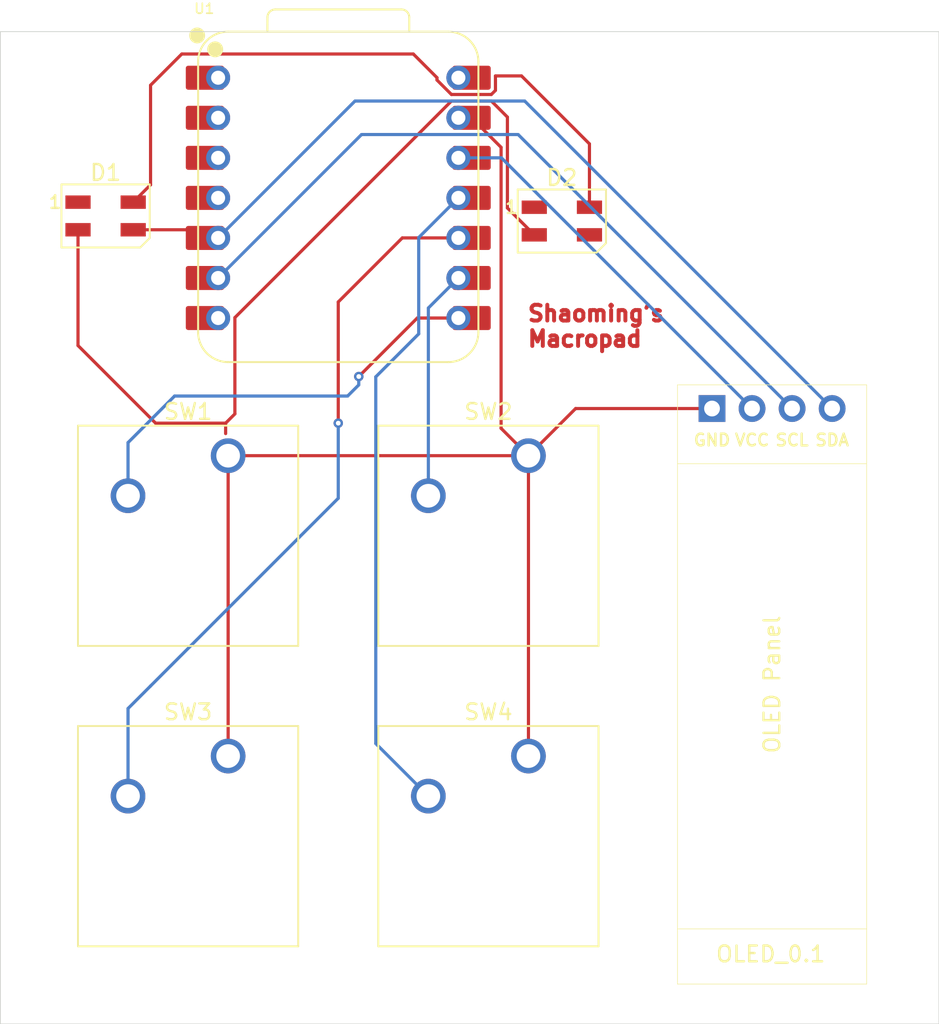
<source format=kicad_pcb>
(kicad_pcb (version 20241229) (generator "pcbnew") (generator_version "9.0")
  (layers (0 "F.Cu" signal) (2 "B.Cu" signal) (13 "F.Paste" user) (15 "B.Paste" user) (5 "F.SilkS" user "F.Silkscreen") (7 "B.SilkS" user "B.Silkscreen") (1 "F.Mask" user) (3 "B.Mask" user) (25 "Edge.Cuts" user))
  (net 0 "")
  (net 1 "Net-(D1-DIN)")
  (net 2 "Net-(D1-VDD)")
  (net 4 "Net-(D1-VSS)")
  (net 7 "Net-(U1-GPIO1{slash}RX)")
  (net 8 "GND")
  (net 9 "Net-(U1-GPIO2{slash}SCK)")
  (net 10 "Net-(U1-GPIO4{slash}MISO)")
  (net 11 "Net-(U1-GPIO3{slash}MOSI)")
  (net 13 "Net-(OLED_0.1-VCC_IN)")
  (net 18 "+5V")
  (net 19 "Net-(OLED_0.1-SCL)")
  (footprint "LED_SMD:LED_SK6812MINI_PLCC4_3.5x3.5mm_P1.75mm" (layer "F.Cu") (at 149.91511 44.331686)
    (property "Reference" "D2" (at 0 -2.75 0) (layer "F.SilkS"))
    (property "Value" "SK6812MINI")
    (fp_line (start -2.8 -2) (end -2.8 2) (stroke (width 0.12)) (layer "F.SilkS"))
    (fp_line (start -2.8 -2) (end 2.8 -2) (stroke (width 0.12)) (layer "F.SilkS"))
    (fp_line (start -2.8 2) (end 2.2 2) (stroke (width 0.12)) (layer "F.SilkS"))
    (fp_line (start 2.8 1.4) (end 2.2 2) (stroke (width 0.12)) (layer "F.SilkS"))
    (fp_line (start 2.8 1.4) (end 2.8 -2) (stroke (width 0.12)) (layer "F.SilkS"))
    (fp_text user "1" (at -3.2 -0.875 0) (layer "F.SilkS") (effects (font (size 0.8 0.8))))
    (pad "1" smd rect (at -1.75 -0.875) (size 1.6 0.85) (layers "F.Cu" "F.Mask" "F.Paste"))
    (pad "2" smd rect (at -1.75 0.875) (size 1.6 0.85) (layers "F.Cu" "F.Mask" "F.Paste") (net 4 "Net-(D1-VSS)"))
    (pad "3" smd rect (at 1.75 0.875) (size 1.6 0.85) (layers "F.Cu" "F.Mask" "F.Paste"))
    (pad "4" smd rect (at 1.75 -0.875) (size 1.6 0.85) (layers "F.Cu" "F.Mask" "F.Paste") (net 2 "Net-(D1-VDD)"))
  )
  (footprint "LED_SMD:LED_SK6812MINI_PLCC4_3.5x3.5mm_P1.75mm" (layer "F.Cu") (at 120.973195 44.008801)
    (property "Reference" "D1" (at 0 -2.75 0) (layer "F.SilkS"))
    (property "Value" "SK6812MINI")
    (fp_line (start -2.8 -2) (end -2.8 2) (stroke (width 0.12)) (layer "F.SilkS"))
    (fp_line (start -2.8 -2) (end 2.8 -2) (stroke (width 0.12)) (layer "F.SilkS"))
    (fp_line (start -2.8 2) (end 2.2 2) (stroke (width 0.12)) (layer "F.SilkS"))
    (fp_line (start 2.8 1.4) (end 2.2 2) (stroke (width 0.12)) (layer "F.SilkS"))
    (fp_line (start 2.8 1.4) (end 2.8 -2) (stroke (width 0.12)) (layer "F.SilkS"))
    (fp_text user "1" (at -3.2 -0.875 0) (layer "F.SilkS") (effects (font (size 0.8 0.8))))
    (pad "1" smd rect (at -1.75 -0.875) (size 1.6 0.85) (layers "F.Cu" "F.Mask" "F.Paste"))
    (pad "2" smd rect (at -1.75 0.875) (size 1.6 0.85) (layers "F.Cu" "F.Mask" "F.Paste") (net 4 "Net-(D1-VSS)"))
    (pad "3" smd rect (at 1.75 0.875) (size 1.6 0.85) (layers "F.Cu" "F.Mask" "F.Paste") (net 1 "Net-(D1-DIN)"))
    (pad "4" smd rect (at 1.75 -0.875) (size 1.6 0.85) (layers "F.Cu" "F.Mask" "F.Paste") (net 2 "Net-(D1-VDD)"))
  )
  (footprint "Button_Switch_Keyboard:SW_Cherry_MX_1.00u_PCB" (layer "F.Cu") (at 128.74625 59.21375)
    (property "Reference" "SW1" (at -2.54 -2.794 0) (layer "F.SilkS"))
    (property "Value" "SW_Push")
    (fp_line (start -9.525 -1.905) (end 4.445 -1.905) (stroke (width 0.12)) (layer "F.SilkS"))
    (fp_line (start -9.525 12.065) (end -9.525 -1.905) (stroke (width 0.12)) (layer "F.SilkS"))
    (fp_line (start 4.445 -1.905) (end 4.445 12.065) (stroke (width 0.12)) (layer "F.SilkS"))
    (fp_line (start 4.445 12.065) (end -9.525 12.065) (stroke (width 0.12)) (layer "F.SilkS"))
    (pad "" np_thru_hole circle (at -7.62 5.08) (size 1.7 1.7) (drill 1.7) (layers "*.Cu" "*.Mask"))
    (pad "" np_thru_hole circle (at -2.54 5.08) (size 4 4) (drill 4) (layers "*.Cu" "*.Mask"))
    (pad "" np_thru_hole circle (at 2.54 5.08) (size 1.7 1.7) (drill 1.7) (layers "*.Cu" "*.Mask"))
    (pad "1" thru_hole circle (at 0 0) (size 2.2 2.2) (drill 1.5) (layers "*.Cu" "*.Mask") (net 8 "GND"))
    (pad "2" thru_hole circle (at -6.35 2.54) (size 2.2 2.2) (drill 1.5) (layers "*.Cu" "*.Mask") (net 7 "Net-(U1-GPIO1{slash}RX)"))
  )
  (footprint "Button_Switch_Keyboard:SW_Cherry_MX_1.00u_PCB" (layer "F.Cu") (at 147.79625 59.21375)
    (property "Reference" "SW2" (at -2.54 -2.794 0) (layer "F.SilkS"))
    (property "Value" "SW_Push")
    (fp_line (start -9.525 -1.905) (end 4.445 -1.905) (stroke (width 0.12)) (layer "F.SilkS"))
    (fp_line (start -9.525 12.065) (end -9.525 -1.905) (stroke (width 0.12)) (layer "F.SilkS"))
    (fp_line (start 4.445 -1.905) (end 4.445 12.065) (stroke (width 0.12)) (layer "F.SilkS"))
    (fp_line (start 4.445 12.065) (end -9.525 12.065) (stroke (width 0.12)) (layer "F.SilkS"))
    (pad "" np_thru_hole circle (at -7.62 5.08) (size 1.7 1.7) (drill 1.7) (layers "*.Cu" "*.Mask"))
    (pad "" np_thru_hole circle (at -2.54 5.08) (size 4 4) (drill 4) (layers "*.Cu" "*.Mask"))
    (pad "" np_thru_hole circle (at 2.54 5.08) (size 1.7 1.7) (drill 1.7) (layers "*.Cu" "*.Mask"))
    (pad "1" thru_hole circle (at 0 0) (size 2.2 2.2) (drill 1.5) (layers "*.Cu" "*.Mask") (net 8 "GND"))
    (pad "2" thru_hole circle (at -6.35 2.54) (size 2.2 2.2) (drill 1.5) (layers "*.Cu" "*.Mask") (net 9 "Net-(U1-GPIO2{slash}SCK)"))
  )
  (footprint "Button_Switch_Keyboard:SW_Cherry_MX_1.00u_PCB" (layer "F.Cu") (at 128.74625 78.26375)
    (property "Reference" "SW3" (at -2.54 -2.794 0) (layer "F.SilkS"))
    (property "Value" "SW_Push")
    (fp_line (start -9.525 -1.905) (end 4.445 -1.905) (stroke (width 0.12)) (layer "F.SilkS"))
    (fp_line (start -9.525 12.065) (end -9.525 -1.905) (stroke (width 0.12)) (layer "F.SilkS"))
    (fp_line (start 4.445 -1.905) (end 4.445 12.065) (stroke (width 0.12)) (layer "F.SilkS"))
    (fp_line (start 4.445 12.065) (end -9.525 12.065) (stroke (width 0.12)) (layer "F.SilkS"))
    (pad "" np_thru_hole circle (at -7.62 5.08) (size 1.7 1.7) (drill 1.7) (layers "*.Cu" "*.Mask"))
    (pad "" np_thru_hole circle (at -2.54 5.08) (size 4 4) (drill 4) (layers "*.Cu" "*.Mask"))
    (pad "" np_thru_hole circle (at 2.54 5.08) (size 1.7 1.7) (drill 1.7) (layers "*.Cu" "*.Mask"))
    (pad "1" thru_hole circle (at 0 0) (size 2.2 2.2) (drill 1.5) (layers "*.Cu" "*.Mask") (net 8 "GND"))
    (pad "2" thru_hole circle (at -6.35 2.54) (size 2.2 2.2) (drill 1.5) (layers "*.Cu" "*.Mask") (net 10 "Net-(U1-GPIO4{slash}MISO)"))
  )
  (footprint "OPL Library:XIAO-RP2040-DIP" (layer "F.Cu") (at 135.73125 42.8625)
    (property "Reference" "U1" (at -8.5 -12 0) (layer "F.SilkS") (effects (font (size 0.635 0.635) (thickness 0.1016))))
    (property "Value" "XIAO-RP2040-DIP")
    (fp_line (start -8.89 8.509) (end -8.89 -8.636) (stroke (width 0.127)) (layer "F.SilkS"))
    (fp_line (start -6.985 10.414) (end 6.985 10.414) (stroke (width 0.127)) (layer "F.SilkS"))
    (fp_line (start -4.495 -10.541) (end -4.491272 -11.451272) (stroke (width 0.127)) (layer "F.SilkS"))
    (fp_line (start -3.991272 -11.951) (end 4.004 -11.951) (stroke (width 0.127)) (layer "F.SilkS"))
    (fp_line (start 4.504 -11.451) (end 4.504 -10.541) (stroke (width 0.127)) (layer "F.SilkS"))
    (fp_line (start 6.985 -10.541) (end -6.985 -10.541) (stroke (width 0.1)) (layer "F.SilkS"))
    (fp_line (start 6.985 -10.541) (end -6.985 -10.541) (stroke (width 0.127)) (layer "F.SilkS"))
    (fp_line (start 8.89 8.509) (end 8.89 -8.636) (stroke (width 0.127)) (layer "F.SilkS"))
    (fp_arc (start -8.89 -8.636) (mid -8.332038 -9.983038) (end -6.985 -10.541) (stroke (width 0.127)) (layer "F.SilkS"))
    (fp_arc (start -6.985 10.414) (mid -8.332038 9.856038) (end -8.89 8.509) (stroke (width 0.127)) (layer "F.SilkS"))
    (fp_arc (start -4.491272 -11.451272) (mid -4.344728 -11.80464) (end -3.991272 -11.951) (stroke (width 0.127)) (layer "F.SilkS"))
    (fp_arc (start 4.004 -11.951) (mid 4.357553 -11.804553) (end 4.504 -11.451) (stroke (width 0.127)) (layer "F.SilkS"))
    (fp_arc (start 6.985 -10.541) (mid 8.332038 -9.983038) (end 8.89 -8.636) (stroke (width 0.127)) (layer "F.SilkS"))
    (fp_arc (start 8.89 8.509) (mid 8.332038 9.856038) (end 6.985 10.414) (stroke (width 0.127)) (layer "F.SilkS"))
    (fp_circle (center -8.95 -10.3) (end -8.95 -10.554) (stroke (width 0.5)) (fill yes) (layer "F.SilkS"))
    (fp_circle (center -7.807 -9.42) (end -7.807 -9.674) (stroke (width 0.5)) (fill yes) (layer "F.SilkS"))
    (pad "1" smd roundrect (at -8.455 -7.62 180) (size 2.432 1.524) (layers "F.Cu" "F.Mask") (roundrect_rratio 0.1))
    (pad "1" thru_hole circle (at -7.62 -7.62 180) (size 1.524 1.524) (drill 0.889) (layers "*.Cu" "*.Mask"))
    (pad "2" smd roundrect (at -8.455 -5.08 180) (size 2.432 1.524) (layers "F.Cu" "F.Mask") (roundrect_rratio 0.1))
    (pad "2" thru_hole circle (at -7.62 -5.08 180) (size 1.524 1.524) (drill 0.889) (layers "*.Cu" "*.Mask"))
    (pad "3" smd roundrect (at -8.455 -2.54 180) (size 2.432 1.524) (layers "F.Cu" "F.Mask") (roundrect_rratio 0.1))
    (pad "3" thru_hole circle (at -7.62 -2.54 180) (size 1.524 1.524) (drill 0.889) (layers "*.Cu" "*.Mask"))
    (pad "4" smd roundrect (at -8.455 0 180) (size 2.432 1.524) (layers "F.Cu" "F.Mask") (roundrect_rratio 0.1))
    (pad "4" thru_hole circle (at -7.62 0 180) (size 1.524 1.524) (drill 0.889) (layers "*.Cu" "*.Mask"))
    (pad "5" smd roundrect (at -8.455 2.54 180) (size 2.432 1.524) (layers "F.Cu" "F.Mask") (roundrect_rratio 0.1) (net 1 "Net-(D1-DIN)"))
    (pad "5" thru_hole circle (at -7.62 2.54 180) (size 1.524 1.524) (drill 0.889) (layers "*.Cu" "*.Mask") (net 1 "Net-(D1-DIN)"))
    (pad "6" smd roundrect (at -8.455 5.08 180) (size 2.432 1.524) (layers "F.Cu" "F.Mask") (roundrect_rratio 0.1) (net 19 "Net-(OLED_0.1-SCL)"))
    (pad "6" thru_hole circle (at -7.62 5.08 180) (size 1.524 1.524) (drill 0.889) (layers "*.Cu" "*.Mask") (net 19 "Net-(OLED_0.1-SCL)"))
    (pad "7" smd roundrect (at -8.455 7.62 180) (size 2.432 1.524) (layers "F.Cu" "F.Mask") (roundrect_rratio 0.1))
    (pad "7" thru_hole circle (at -7.62 7.62 180) (size 1.524 1.524) (drill 0.889) (layers "*.Cu" "*.Mask"))
    (pad "8" thru_hole circle (at 7.62 7.62) (size 1.524 1.524) (drill 0.889) (layers "*.Cu" "*.Mask") (net 7 "Net-(U1-GPIO1{slash}RX)"))
    (pad "8" smd roundrect (at 8.455 7.62) (size 2.432 1.524) (layers "F.Cu" "F.Mask") (roundrect_rratio 0.1) (net 7 "Net-(U1-GPIO1{slash}RX)"))
    (pad "9" thru_hole circle (at 7.62 5.08) (size 1.524 1.524) (drill 0.889) (layers "*.Cu" "*.Mask") (net 9 "Net-(U1-GPIO2{slash}SCK)"))
    (pad "9" smd roundrect (at 8.455 5.08) (size 2.432 1.524) (layers "F.Cu" "F.Mask") (roundrect_rratio 0.1) (net 9 "Net-(U1-GPIO2{slash}SCK)"))
    (pad "10" thru_hole circle (at 7.62 2.54) (size 1.524 1.524) (drill 0.889) (layers "*.Cu" "*.Mask") (net 10 "Net-(U1-GPIO4{slash}MISO)"))
    (pad "10" smd roundrect (at 8.455 2.54) (size 2.432 1.524) (layers "F.Cu" "F.Mask") (roundrect_rratio 0.1) (net 10 "Net-(U1-GPIO4{slash}MISO)"))
    (pad "11" thru_hole circle (at 7.62 0) (size 1.524 1.524) (drill 0.889) (layers "*.Cu" "*.Mask") (net 11 "Net-(U1-GPIO3{slash}MOSI)"))
    (pad "11" smd roundrect (at 8.455 0) (size 2.432 1.524) (layers "F.Cu" "F.Mask") (roundrect_rratio 0.1) (net 11 "Net-(U1-GPIO3{slash}MOSI)"))
    (pad "12" thru_hole circle (at 7.62 -2.54) (size 1.524 1.524) (drill 0.889) (layers "*.Cu" "*.Mask") (net 13 "Net-(OLED_0.1-VCC_IN)"))
    (pad "12" smd roundrect (at 8.455 -2.54) (size 2.432 1.524) (layers "F.Cu" "F.Mask") (roundrect_rratio 0.1) (net 13 "Net-(OLED_0.1-VCC_IN)"))
    (pad "13" thru_hole circle (at 7.62 -5.08) (size 1.524 1.524) (drill 0.889) (layers "*.Cu" "*.Mask") (net 8 "GND"))
    (pad "13" smd roundrect (at 8.455 -5.08) (size 2.432 1.524) (layers "F.Cu" "F.Mask") (roundrect_rratio 0.1) (net 8 "GND"))
    (pad "14" thru_hole circle (at 7.62 -7.62) (size 1.524 1.524) (drill 0.889) (layers "*.Cu" "*.Mask") (net 18 "+5V"))
    (pad "14" smd roundrect (at 8.455 -7.62) (size 2.432 1.524) (layers "F.Cu" "F.Mask") (roundrect_rratio 0.1) (net 18 "+5V"))
  )
  (footprint "Button_Switch_Keyboard:SW_Cherry_MX_1.00u_PCB" (layer "F.Cu") (at 147.79625 78.26375)
    (property "Reference" "SW4" (at -2.54 -2.794 0) (layer "F.SilkS"))
    (property "Value" "SW_Push")
    (fp_line (start -9.525 -1.905) (end 4.445 -1.905) (stroke (width 0.12)) (layer "F.SilkS"))
    (fp_line (start -9.525 12.065) (end -9.525 -1.905) (stroke (width 0.12)) (layer "F.SilkS"))
    (fp_line (start 4.445 -1.905) (end 4.445 12.065) (stroke (width 0.12)) (layer "F.SilkS"))
    (fp_line (start 4.445 12.065) (end -9.525 12.065) (stroke (width 0.12)) (layer "F.SilkS"))
    (pad "" np_thru_hole circle (at -7.62 5.08) (size 1.7 1.7) (drill 1.7) (layers "*.Cu" "*.Mask"))
    (pad "" np_thru_hole circle (at -2.54 5.08) (size 4 4) (drill 4) (layers "*.Cu" "*.Mask"))
    (pad "" np_thru_hole circle (at 2.54 5.08) (size 1.7 1.7) (drill 1.7) (layers "*.Cu" "*.Mask"))
    (pad "1" thru_hole circle (at 0 0) (size 2.2 2.2) (drill 1.5) (layers "*.Cu" "*.Mask") (net 8 "GND"))
    (pad "2" thru_hole circle (at -6.35 2.54) (size 2.2 2.2) (drill 1.5) (layers "*.Cu" "*.Mask") (net 11 "Net-(U1-GPIO3{slash}MOSI)"))
  )
  (footprint "OLED_0.91inch:SSD1306-0.91-OLED-4pin-128x32" (layer "F.Cu") (at 157.250183 92.722801 90)
    (property "Reference" "OLED_0.1" (at 1.9 5.91 0) (layer "F.SilkS"))
    (property "Value" "~")
    (fp_line (start 38 0) (end 0 0) (stroke (width 0.04)) (layer "F.SilkS"))
    (fp_line (start 33 0) (end 33 12) (stroke (width 0.04)) (layer "F.SilkS"))
    (fp_line (start 3.5 0) (end 3.5 12) (stroke (width 0.04)) (layer "F.SilkS"))
    (fp_line (start 0 0) (end 0 12) (stroke (width 0.04)) (layer "F.SilkS"))
    (fp_line (start 38 12) (end 38 0) (stroke (width 0.04)) (layer "F.SilkS"))
    (fp_line (start 0 12) (end 38 12) (stroke (width 0.04)) (layer "F.SilkS"))
    (fp_text user "SDA" (at 34.5 9.81 0) (layer "F.SilkS") (effects (font (size 0.75 0.75))))
    (fp_text user "VCC" (at 34.5 4.73 0) (layer "F.SilkS") (effects (font (size 0.75 0.75))))
    (fp_text user "GND" (at 34.5 2.19 0) (layer "F.SilkS") (effects (font (size 0.75 0.75))))
    (fp_text user "OLED Panel" (at 19 6 90) (layer "F.SilkS"))
    (fp_text user "SCL" (at 34.5 7.27 0) (layer "F.SilkS") (effects (font (size 0.75 0.75))))
    (pad "1" thru_hole rect (at 36.5 2.19 90) (size 1.7 1.7) (drill 1) (layers "*.Cu" "*.Mask") (net 8 "GND"))
    (pad "2" thru_hole oval (at 36.5 4.73 90) (size 1.7 1.7) (drill 1) (layers "*.Cu" "*.Mask") (net 13 "Net-(OLED_0.1-VCC_IN)"))
    (pad "3" thru_hole oval (at 36.5 7.27 90) (size 1.7 1.7) (drill 1) (layers "*.Cu" "*.Mask") (net 19 "Net-(OLED_0.1-SCL)"))
    (pad "4" thru_hole oval (at 36.5 9.81 90) (size 1.7 1.7) (drill 1) (layers "*.Cu" "*.Mask") (net 1 "Net-(D1-DIN)"))
  )
  (gr_rect (start 114.3 32.320004) (end 173.83125 95.25) (stroke (width 0.05)) (fill no) (layer "Edge.Cuts"))
  (gr_text "Shaoming's\nMacropad" (at 147.6375 52.3875 0) (layer "F.Cu") (effects (font (size 1 1) (thickness 0.25) (bold yes)) (justify left bottom)))
  (segment (start 127.592551 44.883801) (end 128.11125 45.4025) (width 0.2) (layer "F.Cu") (net 1))
  (segment (start 122.723195 44.883801) (end 127.592551 44.883801) (width 0.2) (layer "F.Cu") (net 1))
  (segment (start 147.556882 36.7195) (end 136.79425 36.7195) (width 0.2) (layer "B.Cu") (net 1))
  (segment (start 136.79425 36.7195) (end 128.11125 45.4025) (width 0.2) (layer "B.Cu") (net 1))
  (segment (start 167.060183 56.222801) (end 147.556882 36.7195) (width 0.2) (layer "B.Cu") (net 1))
  (segment (start 123.825 42.031996) (end 122.723195 43.133801) (width 0.2) (layer "F.Cu") (net 2))
  (segment (start 151.66511 39.437455) (end 147.355674 35.128019) (width 0.2) (layer "F.Cu") (net 2))
  (segment (start 123.825 35.71875) (end 123.825 42.031996) (width 0.2) (layer "F.Cu") (net 2))
  (segment (start 141.994033 35.388593) (end 141.994033 35.238783) (width 0.2) (layer "F.Cu") (net 2))
  (segment (start 145.70325 35.128019) (end 145.70325 36.044126) (width 0.2) (layer "F.Cu") (net 2))
  (segment (start 141.994033 35.238783) (end 140.49375 33.7385) (width 0.2) (layer "F.Cu") (net 2))
  (segment (start 147.355674 35.128019) (end 145.70325 35.128019) (width 0.2) (layer "F.Cu") (net 2))
  (segment (start 145.70325 36.044126) (end 145.441876 36.3055) (width 0.2) (layer "F.Cu") (net 2))
  (segment (start 142.91094 36.3055) (end 141.994033 35.388593) (width 0.2) (layer "F.Cu") (net 2))
  (segment (start 125.80525 33.7385) (end 123.825 35.71875) (width 0.2) (layer "F.Cu") (net 2))
  (segment (start 140.49375 33.7385) (end 125.80525 33.7385) (width 0.2) (layer "F.Cu") (net 2))
  (segment (start 145.441876 36.3055) (end 142.91094 36.3055) (width 0.2) (layer "F.Cu") (net 2))
  (segment (start 151.66511 43.456686) (end 151.66511 39.437455) (width 0.2) (layer "F.Cu") (net 2))
  (segment (start 146.46121 43.502786) (end 146.46121 37.738834) (width 0.2) (layer "F.Cu") (net 4))
  (segment (start 145.441876 36.7195) (end 142.91094 36.7195) (width 0.2) (layer "F.Cu") (net 4))
  (segment (start 119.223195 52.226805) (end 124.14639 57.15) (width 0.2) (layer "F.Cu") (net 4))
  (segment (start 119.223195 44.883801) (end 119.223195 52.226805) (width 0.2) (layer "F.Cu") (net 4))
  (segment (start 142.91094 36.7195) (end 129.17425 50.45619) (width 0.2) (layer "F.Cu") (net 4))
  (segment (start 129.17425 56.56325) (end 128.5875 57.15) (width 0.2) (layer "F.Cu") (net 4))
  (segment (start 146.46121 37.738834) (end 145.441876 36.7195) (width 0.2) (layer "F.Cu") (net 4))
  (segment (start 128.5875 57.15) (end 128.5875 57.81275) (width 0.2) (layer "F.Cu") (net 4))
  (segment (start 124.14639 57.15) (end 128.5875 57.15) (width 0.2) (layer "F.Cu") (net 4))
  (segment (start 148.16511 45.206686) (end 146.46121 43.502786) (width 0.2) (layer "F.Cu") (net 4))
  (segment (start 148.16511 45.206686) (end 148.19725 45.238826) (width 0.2) (layer "F.Cu") (net 4))
  (segment (start 129.17425 50.45619) (end 129.17425 56.56325) (width 0.2) (layer "F.Cu") (net 4))
  (segment (start 140.742897 50.4825) (end 143.35125 50.4825) (width 0.2) (layer "F.Cu") (net 7))
  (segment (start 137.033103 54.192294) (end 140.742897 50.4825) (width 0.2) (layer "F.Cu") (net 7))
  (via (at 137.033103 54.192294) (size 0.6) (drill 0.3) (layers "F.Cu" "B.Cu") (net 7))
  (segment (start 122.39625 61.75375) (end 122.39625 58.383443) (width 0.2) (layer "B.Cu") (net 7))
  (segment (start 122.39625 58.383443) (end 125.349136 55.430557) (width 0.2) (layer "B.Cu") (net 7))
  (segment (start 136.325799 55.430557) (end 137.033103 54.723253) (width 0.2) (layer "B.Cu") (net 7))
  (segment (start 125.349136 55.430557) (end 136.325799 55.430557) (width 0.2) (layer "B.Cu") (net 7))
  (segment (start 137.033103 54.723253) (end 137.033103 54.192294) (width 0.2) (layer "B.Cu") (net 7))
  (segment (start 159.440183 56.222801) (end 150.787199 56.222801) (width 0.2) (layer "F.Cu") (net 8))
  (segment (start 128.74625 59.21375) (end 128.74625 59.3725) (width 0.2) (layer "F.Cu") (net 8))
  (segment (start 150.787199 56.222801) (end 147.79625 59.21375) (width 0.2) (layer "F.Cu") (net 8))
  (segment (start 144.18625 37.7825) (end 146.06021 39.65646) (width 0.2) (layer "F.Cu") (net 8))
  (segment (start 146.06021 57.47771) (end 147.79625 59.21375) (width 0.2) (layer "F.Cu") (net 8))
  (segment (start 128.74625 78.26375) (end 128.74625 59.21375) (width 0.2) (layer "F.Cu") (net 8))
  (segment (start 128.74625 59.3725) (end 128.5875 59.53125) (width 0.2) (layer "F.Cu") (net 8))
  (segment (start 146.06021 39.65646) (end 146.06021 57.47771) (width 0.2) (layer "F.Cu") (net 8))
  (segment (start 147.79625 59.21375) (end 128.74625 59.21375) (width 0.2) (layer "F.Cu") (net 8))
  (segment (start 147.79625 59.21375) (end 147.79625 78.26375) (width 0.2) (layer "F.Cu") (net 8))
  (segment (start 141.44625 49.8475) (end 143.35125 47.9425) (width 0.2) (layer "B.Cu") (net 9))
  (segment (start 141.44625 61.75375) (end 141.44625 49.8475) (width 0.2) (layer "B.Cu") (net 9))
  (segment (start 143.35125 45.4025) (end 139.791896 45.4025) (width 0.2) (layer "F.Cu") (net 10))
  (segment (start 139.791896 45.4025) (end 135.73125 49.463146) (width 0.2) (layer "F.Cu") (net 10))
  (segment (start 135.73125 49.463146) (end 135.73125 57.15) (width 0.2) (layer "F.Cu") (net 10))
  (via (at 135.73125 57.15) (size 0.6) (drill 0.3) (layers "F.Cu" "B.Cu") (net 10))
  (segment (start 122.39625 80.80375) (end 122.39625 75.2475) (width 0.2) (layer "B.Cu") (net 10))
  (segment (start 123.825 73.81875) (end 135.73125 61.9125) (width 0.2) (layer "B.Cu") (net 10))
  (segment (start 122.39625 75.2475) (end 123.825 73.81875) (width 0.2) (layer "B.Cu") (net 10))
  (segment (start 135.73125 61.9125) (end 135.73125 57.15) (width 0.2) (layer "B.Cu") (net 10))
  (segment (start 138.1125 77.47) (end 138.1125 54.210956) (width 0.2) (layer "B.Cu") (net 11))
  (segment (start 140.835344 45.378406) (end 143.35125 42.8625) (width 0.2) (layer "B.Cu") (net 11))
  (segment (start 140.835344 51.488112) (end 140.835344 45.378406) (width 0.2) (layer "B.Cu") (net 11))
  (segment (start 138.1125 54.210956) (end 140.835344 51.488112) (width 0.2) (layer "B.Cu") (net 11))
  (segment (start 141.44625 80.80375) (end 138.1125 77.47) (width 0.2) (layer "B.Cu") (net 11))
  (segment (start 161.980183 56.222801) (end 146.079882 40.3225) (width 0.2) (layer "B.Cu") (net 13))
  (segment (start 146.079882 40.3225) (end 143.35125 40.3225) (width 0.2) (layer "B.Cu") (net 13))
  (segment (start 143.35125 35.2425) (end 144.18625 35.2425) (width 0.2) (layer "F.Cu") (net 18))
  (segment (start 147.142882 38.8455) (end 137.20825 38.8455) (width 0.2) (layer "B.Cu") (net 19))
  (segment (start 137.20825 38.8455) (end 128.11125 47.9425) (width 0.2) (layer "B.Cu") (net 19))
  (segment (start 164.520183 56.222801) (end 147.142882 38.8455) (width 0.2) (layer "B.Cu") (net 19))
)
</source>
